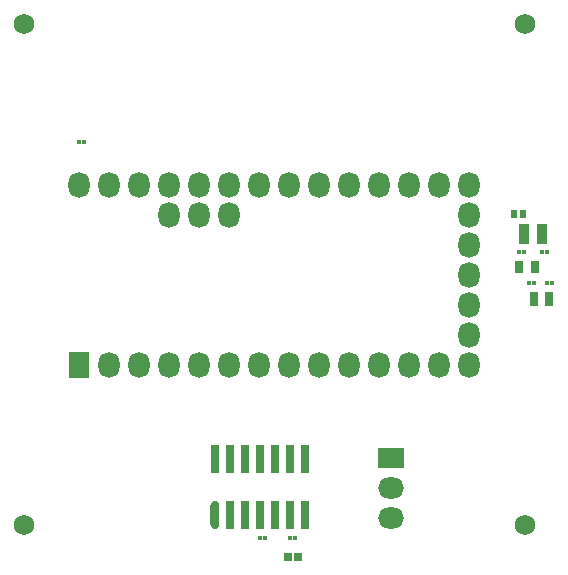
<source format=gts>
G04*
G04 #@! TF.GenerationSoftware,Altium Limited,Altium Designer,19.1.5 (86)*
G04*
G04 Layer_Color=8388736*
%FSLAX25Y25*%
%MOIN*%
G70*
G01*
G75*
%ADD28R,0.01457X0.01575*%
%ADD29R,0.02375X0.02965*%
%ADD30O,0.03000X0.09400*%
%ADD31R,0.03000X0.09400*%
%ADD32R,0.03556X0.06509*%
%ADD33R,0.02965X0.02965*%
%ADD34R,0.02769X0.04737*%
%ADD35R,0.02769X0.04343*%
%ADD36R,0.01378X0.01496*%
%ADD37C,0.06800*%
%ADD38R,0.08674X0.07099*%
%ADD39O,0.08674X0.07099*%
%ADD40O,0.07099X0.08674*%
%ADD41R,0.07099X0.08674*%
D28*
X-63327Y44094D02*
D03*
X-65020D02*
D03*
X5217Y-87795D02*
D03*
X6909D02*
D03*
X-3071D02*
D03*
X-4764D02*
D03*
X92579Y-2756D02*
D03*
X90886D02*
D03*
X86673D02*
D03*
X84980D02*
D03*
X91024Y7480D02*
D03*
X89331D02*
D03*
D29*
X80020Y20079D02*
D03*
X82972D02*
D03*
D30*
X-19724Y-80166D02*
D03*
D31*
X-14724D02*
D03*
X-9724D02*
D03*
X-4724D02*
D03*
X276D02*
D03*
X5276D02*
D03*
X10276D02*
D03*
Y-61566D02*
D03*
X5276D02*
D03*
X276D02*
D03*
X-4724D02*
D03*
X-9724D02*
D03*
X-14724D02*
D03*
X-19724D02*
D03*
D32*
X83169Y13386D02*
D03*
X89272D02*
D03*
D33*
X8071Y-94095D02*
D03*
X4528D02*
D03*
D34*
X86417Y-8268D02*
D03*
X91535D02*
D03*
D35*
X86811Y2362D02*
D03*
X81693D02*
D03*
D36*
X81445Y7480D02*
D03*
X83126D02*
D03*
D37*
X83517Y-83517D02*
D03*
X-83517D02*
D03*
X83517Y83517D02*
D03*
X-83517D02*
D03*
D38*
X38976Y-61260D02*
D03*
D39*
Y-71260D02*
D03*
Y-81260D02*
D03*
D40*
X65000Y30000D02*
D03*
Y-30000D02*
D03*
Y-20000D02*
D03*
Y-10000D02*
D03*
Y0D02*
D03*
Y10000D02*
D03*
Y20000D02*
D03*
X55000Y30000D02*
D03*
X45000D02*
D03*
X35000D02*
D03*
X25000D02*
D03*
X15000D02*
D03*
X5000D02*
D03*
X-5000D02*
D03*
X-15000D02*
D03*
X-25000D02*
D03*
X-35000D02*
D03*
X-45000D02*
D03*
X-55000D02*
D03*
X-65000D02*
D03*
X55000Y-30000D02*
D03*
X45000D02*
D03*
X35000D02*
D03*
X25000D02*
D03*
X15000D02*
D03*
X5000D02*
D03*
X-5000D02*
D03*
X-15000D02*
D03*
X-25000D02*
D03*
X-35000D02*
D03*
X-45000D02*
D03*
X-55000D02*
D03*
X-35000Y20000D02*
D03*
X-25000D02*
D03*
X-15000D02*
D03*
D41*
X-65000Y-30000D02*
D03*
M02*

</source>
